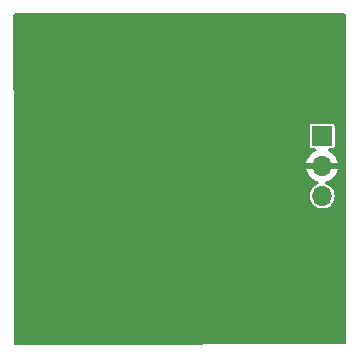
<source format=gbr>
%TF.GenerationSoftware,KiCad,Pcbnew,6.0.2+dfsg-1*%
%TF.CreationDate,2022-09-05T16:28:11+02:00*%
%TF.ProjectId,power-module,706f7765-722d-46d6-9f64-756c652e6b69,rev?*%
%TF.SameCoordinates,Original*%
%TF.FileFunction,Copper,L2,Bot*%
%TF.FilePolarity,Positive*%
%FSLAX46Y46*%
G04 Gerber Fmt 4.6, Leading zero omitted, Abs format (unit mm)*
G04 Created by KiCad (PCBNEW 6.0.2+dfsg-1) date 2022-09-05 16:28:11*
%MOMM*%
%LPD*%
G01*
G04 APERTURE LIST*
%TA.AperFunction,ComponentPad*%
%ADD10R,1.700000X1.700000*%
%TD*%
%TA.AperFunction,ComponentPad*%
%ADD11O,1.700000X1.700000*%
%TD*%
%TA.AperFunction,ViaPad*%
%ADD12C,0.800000*%
%TD*%
G04 APERTURE END LIST*
D10*
%TO.P,J1,1,Pin_1*%
%TO.N,+28V*%
X167100000Y-88775000D03*
D11*
%TO.P,J1,2,Pin_2*%
%TO.N,GND*%
X167100000Y-91315000D03*
%TO.P,J1,3,Pin_3*%
%TO.N,+3V3*%
X167100000Y-93855000D03*
%TD*%
D12*
%TO.N,GND*%
X155800000Y-94750000D03*
X145800000Y-93000000D03*
X159500000Y-99800000D03*
X161750000Y-87250000D03*
X148250000Y-81750000D03*
X167600000Y-99800000D03*
X163150000Y-94200000D03*
%TD*%
%TA.AperFunction,Conductor*%
%TO.N,GND*%
G36*
X169041621Y-78420502D02*
G01*
X169088114Y-78474158D01*
X169099500Y-78526500D01*
X169099500Y-106273760D01*
X169079498Y-106341881D01*
X169025842Y-106388374D01*
X168973760Y-106399760D01*
X144799900Y-106449500D01*
X141126275Y-106449500D01*
X141058154Y-106429498D01*
X141011661Y-106375842D01*
X141000275Y-106323725D01*
X140973999Y-91582966D01*
X165768257Y-91582966D01*
X165798565Y-91717446D01*
X165801645Y-91727275D01*
X165881770Y-91924603D01*
X165886413Y-91933794D01*
X165997694Y-92115388D01*
X166003777Y-92123699D01*
X166143213Y-92284667D01*
X166150580Y-92291883D01*
X166314434Y-92427916D01*
X166322881Y-92433831D01*
X166506756Y-92541279D01*
X166516042Y-92545729D01*
X166715001Y-92621703D01*
X166729866Y-92626022D01*
X166729289Y-92628008D01*
X166784260Y-92657082D01*
X166819110Y-92718936D01*
X166814988Y-92789813D01*
X166773201Y-92847209D01*
X166731930Y-92868228D01*
X166710489Y-92874538D01*
X166710484Y-92874540D01*
X166704572Y-92876280D01*
X166522002Y-92971726D01*
X166517201Y-92975586D01*
X166517198Y-92975588D01*
X166506971Y-92983811D01*
X166361447Y-93100815D01*
X166229024Y-93258630D01*
X166226056Y-93264028D01*
X166226053Y-93264033D01*
X166219315Y-93276290D01*
X166129776Y-93439162D01*
X166067484Y-93635532D01*
X166066798Y-93641649D01*
X166066797Y-93641653D01*
X166045207Y-93834137D01*
X166044520Y-93840262D01*
X166061759Y-94045553D01*
X166118544Y-94243586D01*
X166121359Y-94249063D01*
X166121360Y-94249066D01*
X166142247Y-94289707D01*
X166212712Y-94426818D01*
X166340677Y-94588270D01*
X166497564Y-94721791D01*
X166677398Y-94822297D01*
X166772238Y-94853113D01*
X166867471Y-94884056D01*
X166867475Y-94884057D01*
X166873329Y-94885959D01*
X167077894Y-94910351D01*
X167084029Y-94909879D01*
X167084031Y-94909879D01*
X167140039Y-94905569D01*
X167283300Y-94894546D01*
X167289230Y-94892890D01*
X167289232Y-94892890D01*
X167475797Y-94840800D01*
X167475796Y-94840800D01*
X167481725Y-94839145D01*
X167487214Y-94836372D01*
X167487220Y-94836370D01*
X167660116Y-94749033D01*
X167665610Y-94746258D01*
X167827951Y-94619424D01*
X167962564Y-94463472D01*
X167983387Y-94426818D01*
X168061276Y-94289707D01*
X168064323Y-94284344D01*
X168129351Y-94088863D01*
X168155171Y-93884474D01*
X168155583Y-93855000D01*
X168135480Y-93649970D01*
X168075935Y-93452749D01*
X167979218Y-93270849D01*
X167905859Y-93180902D01*
X167852906Y-93115975D01*
X167852903Y-93115972D01*
X167849011Y-93111200D01*
X167831786Y-93096950D01*
X167695025Y-92983811D01*
X167695021Y-92983809D01*
X167690275Y-92979882D01*
X167509055Y-92881897D01*
X167458183Y-92866150D01*
X167399025Y-92826899D01*
X167370477Y-92761895D01*
X167381605Y-92691776D01*
X167428876Y-92638804D01*
X167459235Y-92625099D01*
X167592255Y-92585191D01*
X167601842Y-92581433D01*
X167793095Y-92487739D01*
X167801945Y-92482464D01*
X167975328Y-92358792D01*
X167983200Y-92352139D01*
X168134052Y-92201812D01*
X168140730Y-92193965D01*
X168265003Y-92021020D01*
X168270313Y-92012183D01*
X168364670Y-91821267D01*
X168368469Y-91811672D01*
X168430377Y-91607910D01*
X168432555Y-91597837D01*
X168433986Y-91586962D01*
X168431775Y-91572778D01*
X168418617Y-91569000D01*
X165783225Y-91569000D01*
X165769694Y-91572973D01*
X165768257Y-91582966D01*
X140973999Y-91582966D01*
X140973048Y-91049183D01*
X165764389Y-91049183D01*
X165765912Y-91057607D01*
X165778292Y-91061000D01*
X168418344Y-91061000D01*
X168431875Y-91057027D01*
X168433180Y-91047947D01*
X168391214Y-90880875D01*
X168387894Y-90871124D01*
X168302972Y-90675814D01*
X168298105Y-90666739D01*
X168182426Y-90487926D01*
X168176136Y-90479757D01*
X168032806Y-90322240D01*
X168025273Y-90315215D01*
X167858139Y-90183222D01*
X167849552Y-90177517D01*
X167663117Y-90074599D01*
X167653705Y-90070369D01*
X167653435Y-90070273D01*
X167653341Y-90070205D01*
X167648989Y-90068249D01*
X167649393Y-90067351D01*
X167595899Y-90028679D01*
X167569983Y-89962581D01*
X167583917Y-89892965D01*
X167633276Y-89841934D01*
X167695495Y-89825500D01*
X167969748Y-89825500D01*
X167975816Y-89824293D01*
X168016061Y-89816288D01*
X168016062Y-89816288D01*
X168028231Y-89813867D01*
X168094552Y-89769552D01*
X168138867Y-89703231D01*
X168150500Y-89644748D01*
X168150500Y-87905252D01*
X168138867Y-87846769D01*
X168094552Y-87780448D01*
X168028231Y-87736133D01*
X168016062Y-87733712D01*
X168016061Y-87733712D01*
X167975816Y-87725707D01*
X167969748Y-87724500D01*
X166230252Y-87724500D01*
X166224184Y-87725707D01*
X166183939Y-87733712D01*
X166183938Y-87733712D01*
X166171769Y-87736133D01*
X166105448Y-87780448D01*
X166061133Y-87846769D01*
X166049500Y-87905252D01*
X166049500Y-89644748D01*
X166061133Y-89703231D01*
X166105448Y-89769552D01*
X166171769Y-89813867D01*
X166183938Y-89816288D01*
X166183939Y-89816288D01*
X166224184Y-89824293D01*
X166230252Y-89825500D01*
X166505233Y-89825500D01*
X166573354Y-89845502D01*
X166619847Y-89899158D01*
X166629951Y-89969432D01*
X166600457Y-90034012D01*
X166563413Y-90063263D01*
X166378463Y-90159542D01*
X166369738Y-90165036D01*
X166199433Y-90292905D01*
X166191726Y-90299748D01*
X166044590Y-90453717D01*
X166038104Y-90461727D01*
X165918098Y-90637649D01*
X165913000Y-90646623D01*
X165823338Y-90839783D01*
X165819775Y-90849470D01*
X165764389Y-91049183D01*
X140973048Y-91049183D01*
X140950726Y-78526725D01*
X140970607Y-78458568D01*
X141024179Y-78411980D01*
X141076726Y-78400500D01*
X168973500Y-78400500D01*
X169041621Y-78420502D01*
G37*
%TD.AperFunction*%
%TD*%
M02*

</source>
